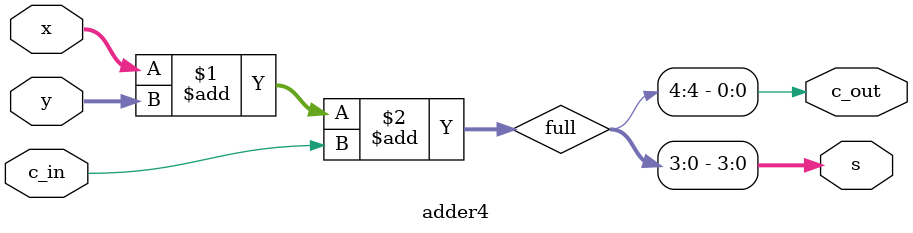
<source format=v>
module half_adder(input wire  x,
                  input wire  y,
                  output wire s,
                  output wire c_out);
  xor(s, x, y);
  and(c_out, x, y);
endmodule

module adder(input wire x,
             input wire y,
             input wire c_in,
             output wire s,
             output wire c_out);
  wire s_0;
  wire c_0;
  wire c_1;
  half_adder add1(x, y, s_0, c_0);
  half_adder add2(s_0, c_in, s, c_1);
  or(c_out, c_0, c_1);
endmodule

module adder4(input wire [3:0] x,
              input wire [3:0] y,
              input wire c_in,
              output wire [3:0] s,
              output wire c_out);
  // wire c_0;
  // wire c_1;
  // wire c_2;
  // adder a_0(x[0:0], y[0:0], c_in, s[0:0], c_0);
  // adder a_1(x[1:1], y[1:1], c_0,  s[1:1], c_1);
  // adder a_2(x[2:2], y[2:2], c_1,  s[2:2], c_2);
  // adder a_3(x[3:3], y[3:3], c_2,  s[3:3], c_out);
  wire [4:0] full = x + y + c_in;
  assign s = full[3:0];
  assign c_out = full[4:4];
endmodule

</source>
